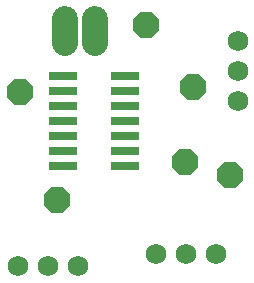
<source format=gbr>
G04 EAGLE Gerber RS-274X export*
G75*
%MOMM*%
%FSLAX34Y34*%
%LPD*%
%INSoldermask Bottom*%
%IPPOS*%
%AMOC8*
5,1,8,0,0,1.08239X$1,22.5*%
G01*
%ADD10R,2.403200X0.803200*%
%ADD11C,1.727200*%
%ADD12C,2.235200*%
%ADD13P,2.419358X8X22.500000*%


D10*
X130702Y181758D03*
X78702Y181758D03*
X130702Y194458D03*
X130702Y169058D03*
X130702Y156358D03*
X78702Y194458D03*
X78702Y169058D03*
X78702Y156358D03*
X130702Y130958D03*
X78702Y130958D03*
X130702Y143658D03*
X130702Y118258D03*
X78702Y143658D03*
X78702Y118258D03*
D11*
X226638Y223994D03*
X226638Y198594D03*
X226638Y173194D03*
X157452Y43606D03*
X182852Y43606D03*
X208252Y43606D03*
X40438Y33216D03*
X65838Y33216D03*
X91238Y33216D03*
D12*
X105376Y221722D02*
X105376Y242042D01*
X79976Y242042D02*
X79976Y221722D01*
D13*
X149151Y237233D03*
X42393Y180280D03*
X181892Y121240D03*
X188204Y184873D03*
X73697Y88863D03*
X219478Y110286D03*
M02*

</source>
